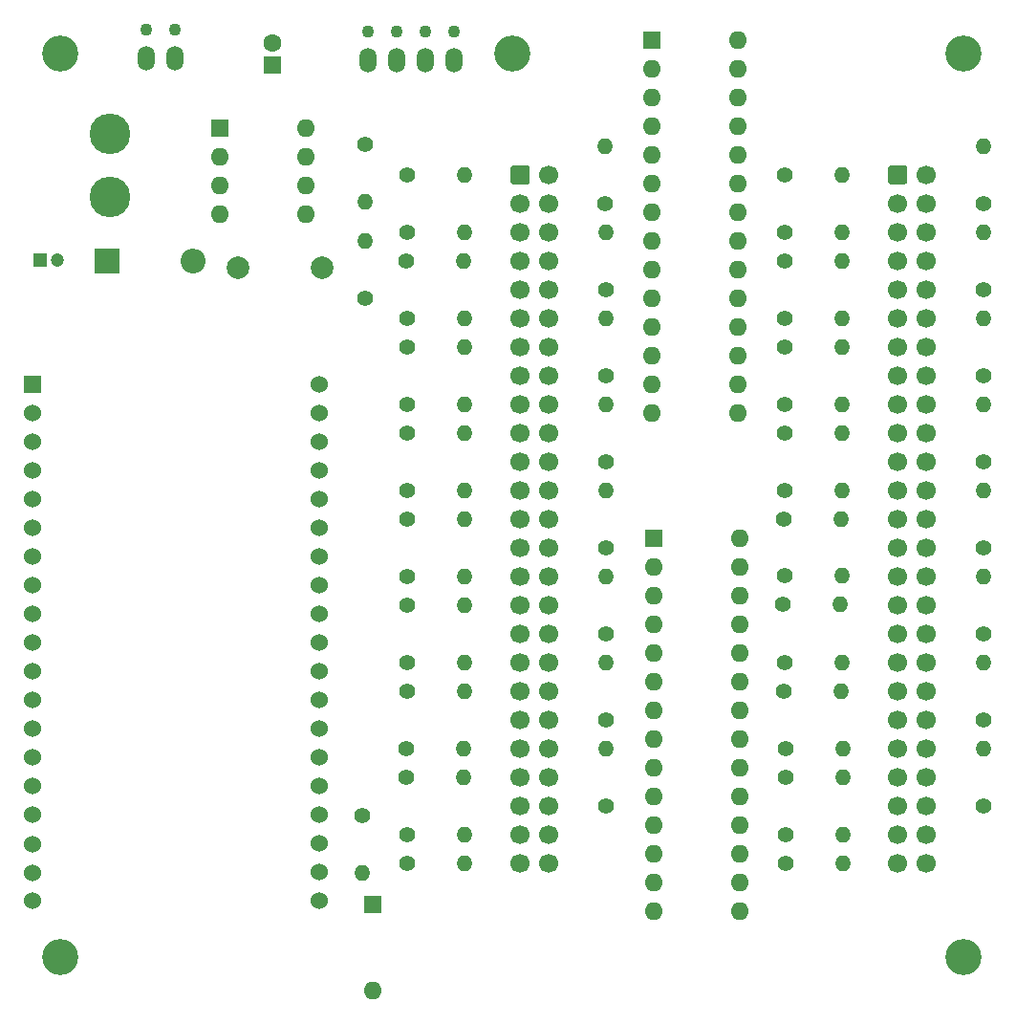
<source format=gbr>
%TF.GenerationSoftware,KiCad,Pcbnew,(5.1.9-0-10_14)*%
%TF.CreationDate,2021-07-30T11:39:19+01:00*%
%TF.ProjectId,SignalBox,5369676e-616c-4426-9f78-2e6b69636164,V2.1*%
%TF.SameCoordinates,Original*%
%TF.FileFunction,Soldermask,Bot*%
%TF.FilePolarity,Negative*%
%FSLAX46Y46*%
G04 Gerber Fmt 4.6, Leading zero omitted, Abs format (unit mm)*
G04 Created by KiCad (PCBNEW (5.1.9-0-10_14)) date 2021-07-30 11:39:19*
%MOMM*%
%LPD*%
G01*
G04 APERTURE LIST*
%ADD10C,1.200000*%
%ADD11R,1.200000X1.200000*%
%ADD12C,1.100000*%
%ADD13O,1.500000X2.200000*%
%ADD14C,3.600000*%
%ADD15C,1.524000*%
%ADD16R,1.524000X1.524000*%
%ADD17C,1.700000*%
%ADD18C,3.200000*%
%ADD19C,2.000000*%
%ADD20R,1.600000X1.600000*%
%ADD21C,1.600000*%
%ADD22R,2.200000X2.200000*%
%ADD23O,2.200000X2.200000*%
%ADD24O,1.600000X1.600000*%
%ADD25O,1.400000X1.400000*%
%ADD26C,1.400000*%
G04 APERTURE END LIST*
D10*
%TO.C,C3*%
X107203101Y-70243700D03*
D11*
X105703101Y-70243700D03*
%TD*%
D12*
%TO.C,J3*%
X134683500Y-50050700D03*
D13*
X134683500Y-52590700D03*
D12*
X137223500Y-50050700D03*
D13*
X137223500Y-52590700D03*
D12*
X139763500Y-50050700D03*
D13*
X139763500Y-52590700D03*
D12*
X142303500Y-50050700D03*
D13*
X142303500Y-52590700D03*
%TD*%
D12*
%TO.C,J1*%
X115100100Y-49898300D03*
D13*
X115100100Y-52438300D03*
D12*
X117640100Y-49898300D03*
D13*
X117640100Y-52438300D03*
%TD*%
D14*
%TO.C,L1*%
X111848900Y-59139200D03*
X111848900Y-64719200D03*
%TD*%
D15*
%TO.C,U1*%
X130429000Y-81280000D03*
X130429000Y-83820000D03*
X130429000Y-86360000D03*
X130429000Y-88900000D03*
X130429000Y-91440000D03*
X130429000Y-93980000D03*
X130429000Y-96520000D03*
X130429000Y-99060000D03*
X130429000Y-101600000D03*
X130429000Y-104140000D03*
X130429000Y-106680000D03*
X130429000Y-109220000D03*
X130429000Y-111760000D03*
X130429000Y-114300000D03*
X130429000Y-116840000D03*
X130429000Y-119380000D03*
X130429000Y-121920000D03*
X130429000Y-124460000D03*
X130429000Y-127000000D03*
X105029000Y-127000000D03*
X105029000Y-124587000D03*
X105029000Y-122047000D03*
X105029000Y-119380000D03*
X105029000Y-116840000D03*
X105029000Y-114300000D03*
X105029000Y-111760000D03*
X105029000Y-109220000D03*
X105029000Y-106680000D03*
X105029000Y-104140000D03*
X105029000Y-101600000D03*
X105029000Y-99060000D03*
X105029000Y-96520000D03*
X105029000Y-93980000D03*
X105029000Y-91440000D03*
X105029000Y-88900000D03*
X105029000Y-86360000D03*
X105029000Y-83820000D03*
D16*
X105029000Y-81280000D03*
%TD*%
%TO.C,J5*%
G36*
G01*
X180785400Y-63338000D02*
X180785400Y-62138000D01*
G75*
G02*
X181035400Y-61888000I250000J0D01*
G01*
X182235400Y-61888000D01*
G75*
G02*
X182485400Y-62138000I0J-250000D01*
G01*
X182485400Y-63338000D01*
G75*
G02*
X182235400Y-63588000I-250000J0D01*
G01*
X181035400Y-63588000D01*
G75*
G02*
X180785400Y-63338000I0J250000D01*
G01*
G37*
D17*
X181635400Y-65278000D03*
X181635400Y-67818000D03*
X181635400Y-70358000D03*
X181635400Y-72898000D03*
X181635400Y-75438000D03*
X181635400Y-77978000D03*
X181635400Y-80518000D03*
X181635400Y-83058000D03*
X181635400Y-85598000D03*
X181635400Y-88138000D03*
X181635400Y-90678000D03*
X181635400Y-93218000D03*
X181635400Y-95758000D03*
X181635400Y-98298000D03*
X181635400Y-100838000D03*
X181635400Y-103378000D03*
X181635400Y-105918000D03*
X181635400Y-108458000D03*
X181635400Y-110998000D03*
X181635400Y-113538000D03*
X181635400Y-116078000D03*
X181635400Y-118618000D03*
X181635400Y-121158000D03*
X181635400Y-123698000D03*
X184175400Y-62738000D03*
X184175400Y-65278000D03*
X184175400Y-67818000D03*
X184175400Y-70358000D03*
X184175400Y-72898000D03*
X184175400Y-75438000D03*
X184175400Y-77978000D03*
X184175400Y-80518000D03*
X184175400Y-83058000D03*
X184175400Y-85598000D03*
X184175400Y-88138000D03*
X184175400Y-90678000D03*
X184175400Y-93218000D03*
X184175400Y-95758000D03*
X184175400Y-98298000D03*
X184175400Y-100838000D03*
X184175400Y-103378000D03*
X184175400Y-105918000D03*
X184175400Y-108458000D03*
X184175400Y-110998000D03*
X184175400Y-113538000D03*
X184175400Y-116078000D03*
X184175400Y-118618000D03*
X184175400Y-121158000D03*
X184175400Y-123698000D03*
%TD*%
D18*
%TO.C,REF\u002A\u002A*%
X107500000Y-132000000D03*
%TD*%
%TO.C,REF\u002A\u002A*%
X187500000Y-132000000D03*
%TD*%
%TO.C,REF\u002A\u002A*%
X147500000Y-52000000D03*
%TD*%
%TO.C,REF\u002A\u002A*%
X187500000Y-52000000D03*
%TD*%
%TO.C,REF\u002A\u002A*%
X107500000Y-52000000D03*
%TD*%
D19*
%TO.C,C2*%
X130690000Y-70993000D03*
X123190000Y-70993000D03*
%TD*%
D17*
%TO.C,J4*%
X150749000Y-123698000D03*
X150749000Y-121158000D03*
X150749000Y-118618000D03*
X150749000Y-116078000D03*
X150749000Y-113538000D03*
X150749000Y-110998000D03*
X150749000Y-108458000D03*
X150749000Y-105918000D03*
X150749000Y-103378000D03*
X150749000Y-100838000D03*
X150749000Y-98298000D03*
X150749000Y-95758000D03*
X150749000Y-93218000D03*
X150749000Y-90678000D03*
X150749000Y-88138000D03*
X150749000Y-85598000D03*
X150749000Y-83058000D03*
X150749000Y-80518000D03*
X150749000Y-77978000D03*
X150749000Y-75438000D03*
X150749000Y-72898000D03*
X150749000Y-70358000D03*
X150749000Y-67818000D03*
X150749000Y-65278000D03*
X150749000Y-62738000D03*
X148209000Y-123698000D03*
X148209000Y-121158000D03*
X148209000Y-118618000D03*
X148209000Y-116078000D03*
X148209000Y-113538000D03*
X148209000Y-110998000D03*
X148209000Y-108458000D03*
X148209000Y-105918000D03*
X148209000Y-103378000D03*
X148209000Y-100838000D03*
X148209000Y-98298000D03*
X148209000Y-95758000D03*
X148209000Y-93218000D03*
X148209000Y-90678000D03*
X148209000Y-88138000D03*
X148209000Y-85598000D03*
X148209000Y-83058000D03*
X148209000Y-80518000D03*
X148209000Y-77978000D03*
X148209000Y-75438000D03*
X148209000Y-72898000D03*
X148209000Y-70358000D03*
X148209000Y-67818000D03*
X148209000Y-65278000D03*
G36*
G01*
X147359000Y-63338000D02*
X147359000Y-62138000D01*
G75*
G02*
X147609000Y-61888000I250000J0D01*
G01*
X148809000Y-61888000D01*
G75*
G02*
X149059000Y-62138000I0J-250000D01*
G01*
X149059000Y-63338000D01*
G75*
G02*
X148809000Y-63588000I-250000J0D01*
G01*
X147609000Y-63588000D01*
G75*
G02*
X147359000Y-63338000I0J250000D01*
G01*
G37*
%TD*%
D20*
%TO.C,C1*%
X126263400Y-53022500D03*
D21*
X126263400Y-51022500D03*
%TD*%
D22*
%TO.C,D2*%
X111633000Y-70358000D03*
D23*
X119253000Y-70358000D03*
%TD*%
D20*
%TO.C,J2*%
X135102600Y-127342900D03*
D24*
X135102600Y-134962900D03*
%TD*%
D25*
%TO.C,R1*%
X134251700Y-124523500D03*
D26*
X134251700Y-119443500D03*
%TD*%
D25*
%TO.C,R3*%
X143294100Y-123698000D03*
D26*
X138214100Y-123698000D03*
%TD*%
D25*
%TO.C,R6*%
X134493000Y-68580000D03*
D26*
X134493000Y-73660000D03*
%TD*%
%TO.C,R7*%
X134493000Y-60071000D03*
D25*
X134493000Y-65151000D03*
%TD*%
D26*
%TO.C,R2*%
X171728100Y-121158000D03*
D25*
X176808100Y-121158000D03*
%TD*%
D26*
%TO.C,R4*%
X171728100Y-113547500D03*
D25*
X176808100Y-113547500D03*
%TD*%
%TO.C,R5*%
X176708100Y-105947500D03*
D26*
X171628100Y-105947500D03*
%TD*%
D25*
%TO.C,R8*%
X176708100Y-98247500D03*
D26*
X171628100Y-98247500D03*
%TD*%
D25*
%TO.C,R9*%
X176708100Y-90678000D03*
D26*
X171628100Y-90678000D03*
%TD*%
%TO.C,R10*%
X171665900Y-83058000D03*
D25*
X176745900Y-83058000D03*
%TD*%
%TO.C,R11*%
X176720500Y-75438000D03*
D26*
X171640500Y-75438000D03*
%TD*%
%TO.C,R12*%
X171665900Y-67818000D03*
D25*
X176745900Y-67818000D03*
%TD*%
D26*
%TO.C,R37*%
X138125200Y-116090700D03*
D25*
X143205200Y-116090700D03*
%TD*%
%TO.C,R39*%
X143256000Y-108458000D03*
D26*
X138176000Y-108458000D03*
%TD*%
%TO.C,R41*%
X138176000Y-100838000D03*
D25*
X143256000Y-100838000D03*
%TD*%
D26*
%TO.C,R43*%
X138176000Y-93218000D03*
D25*
X143256000Y-93218000D03*
%TD*%
%TO.C,R45*%
X143256000Y-85598000D03*
D26*
X138176000Y-85598000D03*
%TD*%
D25*
%TO.C,R47*%
X143256000Y-77978000D03*
D26*
X138176000Y-77978000D03*
%TD*%
%TO.C,R49*%
X138125200Y-70358000D03*
D25*
X143205200Y-70358000D03*
%TD*%
D26*
%TO.C,R52*%
X138176000Y-62738000D03*
D25*
X143256000Y-62738000D03*
%TD*%
%TO.C,R38*%
X155829000Y-113538000D03*
D26*
X155829000Y-118618000D03*
%TD*%
D25*
%TO.C,R40*%
X155829000Y-105918000D03*
D26*
X155829000Y-110998000D03*
%TD*%
%TO.C,R42*%
X155829000Y-103378000D03*
D25*
X155829000Y-98298000D03*
%TD*%
D26*
%TO.C,R44*%
X155829000Y-95758000D03*
D25*
X155829000Y-90678000D03*
%TD*%
D26*
%TO.C,R46*%
X155816300Y-88138000D03*
D25*
X155816300Y-83058000D03*
%TD*%
%TO.C,R48*%
X155816300Y-75438000D03*
D26*
X155816300Y-80518000D03*
%TD*%
D25*
%TO.C,R50*%
X155778200Y-67779900D03*
D26*
X155778200Y-72859900D03*
%TD*%
%TO.C,R51*%
X155702000Y-65278000D03*
D25*
X155702000Y-60198000D03*
%TD*%
D20*
%TO.C,U2*%
X159829500Y-50761900D03*
D24*
X167449500Y-83781900D03*
X159829500Y-53301900D03*
X167449500Y-81241900D03*
X159829500Y-55841900D03*
X167449500Y-78701900D03*
X159829500Y-58381900D03*
X167449500Y-76161900D03*
X159829500Y-60921900D03*
X167449500Y-73621900D03*
X159829500Y-63461900D03*
X167449500Y-71081900D03*
X159829500Y-66001900D03*
X167449500Y-68541900D03*
X159829500Y-68541900D03*
X167449500Y-66001900D03*
X159829500Y-71081900D03*
X167449500Y-63461900D03*
X159829500Y-73621900D03*
X167449500Y-60921900D03*
X159829500Y-76161900D03*
X167449500Y-58381900D03*
X159829500Y-78701900D03*
X167449500Y-55841900D03*
X159829500Y-81241900D03*
X167449500Y-53301900D03*
X159829500Y-83781900D03*
X167449500Y-50761900D03*
%TD*%
D20*
%TO.C,U4*%
X121593101Y-58628701D03*
D24*
X129213101Y-66248701D03*
X121593101Y-61168701D03*
X129213101Y-63708701D03*
X121593101Y-63708701D03*
X129213101Y-61168701D03*
X121593101Y-66248701D03*
X129213101Y-58628701D03*
%TD*%
D25*
%TO.C,R13*%
X143256000Y-121183400D03*
D26*
X138176000Y-121183400D03*
%TD*%
D25*
%TO.C,R14*%
X143154400Y-113525300D03*
D26*
X138074400Y-113525300D03*
%TD*%
%TO.C,R15*%
X138176000Y-105918000D03*
D25*
X143256000Y-105918000D03*
%TD*%
D26*
%TO.C,R16*%
X138176000Y-98298000D03*
D25*
X143256000Y-98298000D03*
%TD*%
%TO.C,R17*%
X143256000Y-90678000D03*
D26*
X138176000Y-90678000D03*
%TD*%
D25*
%TO.C,R18*%
X143256000Y-83058000D03*
D26*
X138176000Y-83058000D03*
%TD*%
%TO.C,R19*%
X138176000Y-75438000D03*
D25*
X143256000Y-75438000D03*
%TD*%
D26*
%TO.C,R20*%
X138176000Y-67818000D03*
D25*
X143256000Y-67818000D03*
%TD*%
%TO.C,R21*%
X176784000Y-116078000D03*
D26*
X171704000Y-116078000D03*
%TD*%
D25*
%TO.C,R22*%
X189257500Y-113518300D03*
D26*
X189257500Y-118598300D03*
%TD*%
D25*
%TO.C,R23*%
X176657000Y-108458000D03*
D26*
X171577000Y-108458000D03*
%TD*%
D25*
%TO.C,R24*%
X189257500Y-105918300D03*
D26*
X189257500Y-110998300D03*
%TD*%
%TO.C,R25*%
X171428100Y-100747500D03*
D25*
X176508100Y-100747500D03*
%TD*%
D26*
%TO.C,R26*%
X189257500Y-103378000D03*
D25*
X189257500Y-98298000D03*
%TD*%
D26*
%TO.C,R27*%
X171528100Y-93218000D03*
D25*
X176608100Y-93218000D03*
%TD*%
D26*
%TO.C,R28*%
X189257500Y-95758000D03*
D25*
X189257500Y-90678000D03*
%TD*%
%TO.C,R29*%
X176720500Y-85598000D03*
D26*
X171640500Y-85598000D03*
%TD*%
D25*
%TO.C,R30*%
X189257500Y-83058000D03*
D26*
X189257500Y-88138000D03*
%TD*%
D25*
%TO.C,R31*%
X176745900Y-77978000D03*
D26*
X171665900Y-77978000D03*
%TD*%
D25*
%TO.C,R32*%
X189257500Y-75438000D03*
D26*
X189257500Y-80518000D03*
%TD*%
%TO.C,R33*%
X171640500Y-70358000D03*
D25*
X176720500Y-70358000D03*
%TD*%
D26*
%TO.C,R34*%
X189257500Y-72898000D03*
D25*
X189257500Y-67818000D03*
%TD*%
D26*
%TO.C,R35*%
X171640500Y-62738000D03*
D25*
X176720500Y-62738000D03*
%TD*%
D26*
%TO.C,R36*%
X189230000Y-65278000D03*
D25*
X189230000Y-60198000D03*
%TD*%
D26*
%TO.C,R53*%
X171704000Y-123698000D03*
D25*
X176784000Y-123698000D03*
%TD*%
D20*
%TO.C,U3*%
X160032700Y-94894400D03*
D24*
X167652700Y-127914400D03*
X160032700Y-97434400D03*
X167652700Y-125374400D03*
X160032700Y-99974400D03*
X167652700Y-122834400D03*
X160032700Y-102514400D03*
X167652700Y-120294400D03*
X160032700Y-105054400D03*
X167652700Y-117754400D03*
X160032700Y-107594400D03*
X167652700Y-115214400D03*
X160032700Y-110134400D03*
X167652700Y-112674400D03*
X160032700Y-112674400D03*
X167652700Y-110134400D03*
X160032700Y-115214400D03*
X167652700Y-107594400D03*
X160032700Y-117754400D03*
X167652700Y-105054400D03*
X160032700Y-120294400D03*
X167652700Y-102514400D03*
X160032700Y-122834400D03*
X167652700Y-99974400D03*
X160032700Y-125374400D03*
X167652700Y-97434400D03*
X160032700Y-127914400D03*
X167652700Y-94894400D03*
%TD*%
M02*

</source>
